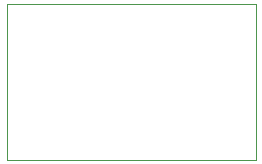
<source format=gbr>
%TF.GenerationSoftware,KiCad,Pcbnew,9.0.4*%
%TF.CreationDate,2025-11-29T15:55:59+01:00*%
%TF.ProjectId,SMD OSC Adapter,534d4420-4f53-4432-9041-646170746572,rev?*%
%TF.SameCoordinates,Original*%
%TF.FileFunction,Profile,NP*%
%FSLAX46Y46*%
G04 Gerber Fmt 4.6, Leading zero omitted, Abs format (unit mm)*
G04 Created by KiCad (PCBNEW 9.0.4) date 2025-11-29 15:55:59*
%MOMM*%
%LPD*%
G01*
G04 APERTURE LIST*
%TA.AperFunction,Profile*%
%ADD10C,0.050000*%
%TD*%
G04 APERTURE END LIST*
D10*
X81153000Y-58547000D02*
X102235000Y-58547000D01*
X102235000Y-71755000D01*
X81153000Y-71755000D01*
X81153000Y-58547000D01*
M02*

</source>
